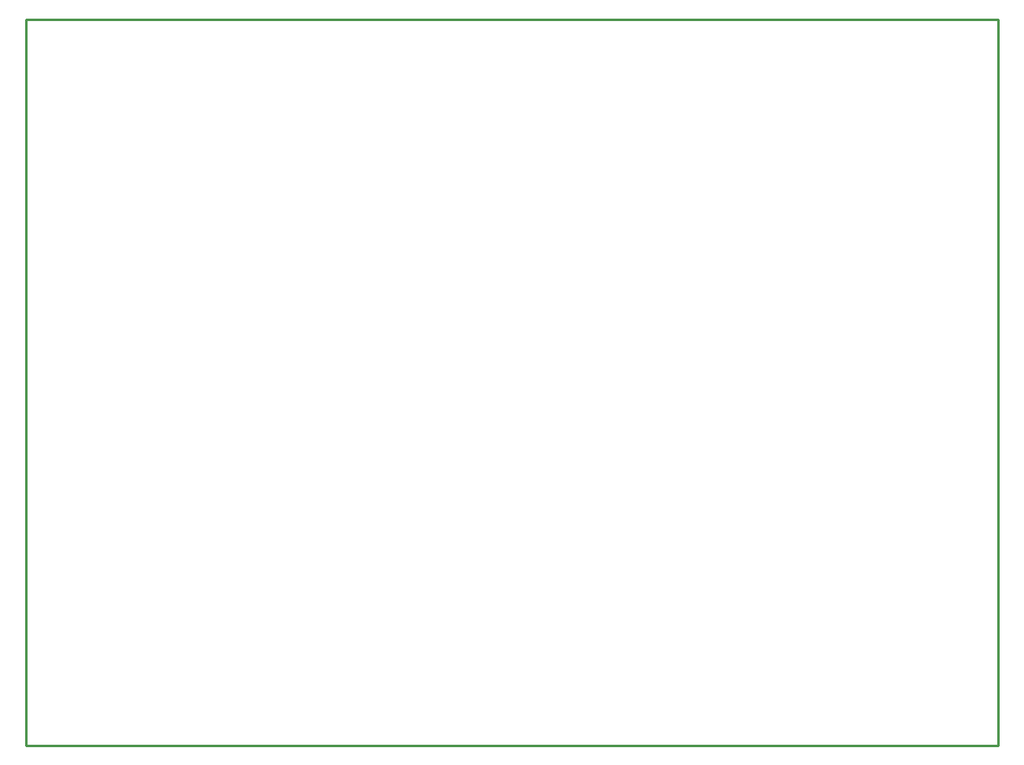
<source format=gko>
G04 EAGLE Gerber RS-274X export*
G75*
%MOMM*%
%FSLAX34Y34*%
%LPD*%
%IN*%
%IPPOS*%
%AMOC8*
5,1,8,0,0,1.08239X$1,22.5*%
G01*
%ADD10C,0.254000*%


D10*
X0Y0D02*
X1015800Y0D01*
X1015800Y758700D01*
X0Y758700D01*
X0Y0D01*
M02*

</source>
